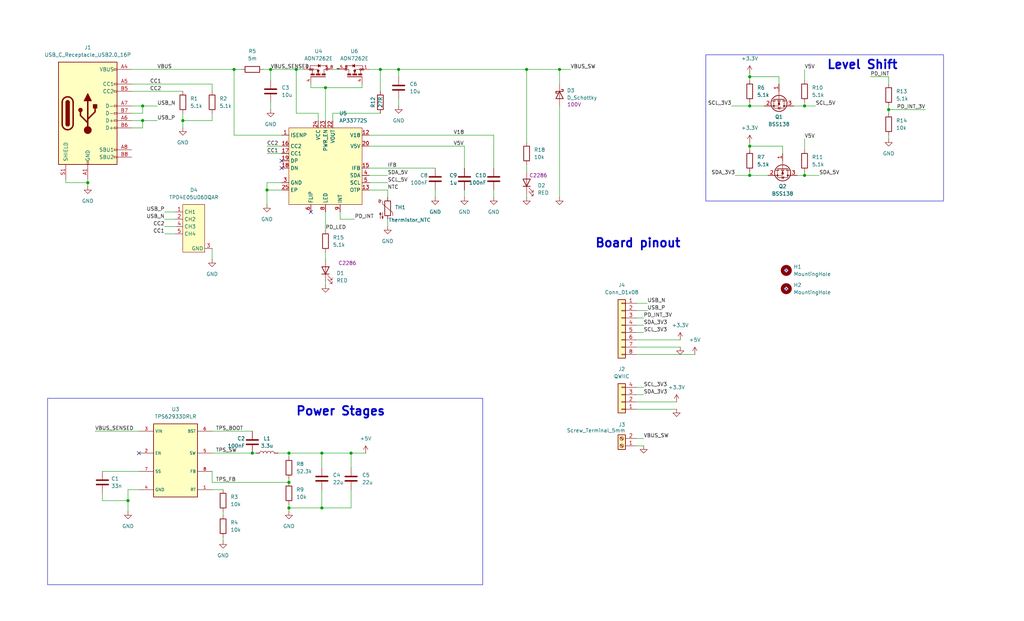
<source format=kicad_sch>
(kicad_sch (version 20250114) (generator "eeschema") (generator_version "9.0")
  (paper "USLegal")
  (title_block (title "RotoPD") (rev "V1.0") (company "CentyLab"))
  (lib_symbols
    (symbol "Connector:Screw_Terminal_01x02" (pin_names (offset 1.016) (hide yes))
      (property "Reference" "J" (at 0 2.54 0))
      (property "Value" "Screw_Terminal_01x02" (at 0 -5.08 0))
      (symbol "Screw_Terminal_01x02_1_1"
        (pin passive line (at -5.08 0 0) (length 3.81) (name "Pin_1") (number "1"))
        (pin passive line (at -5.08 -2.54 0) (length 3.81) (name "Pin_2") (number "2"))
      )
    )
    (symbol "Connector_Generic:Conn_01x04" (pin_names (offset 1.016) (hide yes))
      (property "Reference" "J" (at 0 5.08 0))
      (property "Value" "Conn_01x04" (at 0 -7.62 0))
      (symbol "Conn_01x04_1_1"
        (pin passive line (at -5.08 2.54 0) (length 3.81) (name "Pin_1") (number "1"))
        (pin passive line (at -5.08 0 0) (length 3.81) (name "Pin_2") (number "2"))
        (pin passive line (at -5.08 -2.54 0) (length 3.81) (name "Pin_3") (number "3"))
        (pin passive line (at -5.08 -5.08 0) (length 3.81) (name "Pin_4") (number "4"))
      )
    )
    (symbol "Connector_Generic:Conn_01x08" (pin_names (offset 1.016) (hide yes))
      (property "Reference" "J" (at 0 10.16 0))
      (property "Value" "Conn_01x08" (at 0 -12.7 0))
      (symbol "Conn_01x08_1_1"
        (pin passive line (at -5.08 7.62 0) (length 3.81) (name "Pin_1") (number "1"))
        (pin passive line (at -5.08 5.08 0) (length 3.81) (name "Pin_2") (number "2"))
        (pin passive line (at -5.08 2.54 0) (length 3.81) (name "Pin_3") (number "3"))
        (pin passive line (at -5.08 0 0) (length 3.81) (name "Pin_4") (number "4"))
        (pin passive line (at -5.08 -2.54 0) (length 3.81) (name "Pin_5") (number "5"))
        (pin passive line (at -5.08 -5.08 0) (length 3.81) (name "Pin_6") (number "6"))
        (pin passive line (at -5.08 -7.62 0) (length 3.81) (name "Pin_7") (number "7"))
        (pin passive line (at -5.08 -10.16 0) (length 3.81) (name "Pin_8") (number "8"))
      )
    )
    (symbol "Connector_USBC:USB_C_Receptacle_USB2.0_16P" (pin_names (offset 1.016))
      (property "Reference" "J" (at 0 22.225 0))
      (property "Value" "USB_C_Receptacle_USB2.0_16P" (at 0 19.685 0))
      (symbol "USB_C_Receptacle_USB2.0_16P_1_1"
        (pin passive line (at -7.62 -22.86 90) (length 5.08) (name "SHIELD") (number "S1"))
        (pin passive line (at 0 -22.86 90) (length 5.08) (name "GND") (number "A1"))
        (pin passive line (at 0 -22.86 90) (length 5.08) (hide yes) (name "GND") (number "A12"))
        (pin passive line (at 0 -22.86 90) (length 5.08) (hide yes) (name "GND") (number "B1"))
        (pin passive line (at 0 -22.86 90) (length 5.08) (hide yes) (name "GND") (number "B12"))
        (pin passive line (at 15.24 15.24 180) (length 5.08) (name "VBUS") (number "A4"))
        (pin passive line (at 15.24 15.24 180) (length 5.08) (hide yes) (name "VBUS") (number "A9"))
        (pin passive line (at 15.24 15.24 180) (length 5.08) (hide yes) (name "VBUS") (number "B4"))
        (pin passive line (at 15.24 15.24 180) (length 5.08) (hide yes) (name "VBUS") (number "B9"))
        (pin bidirectional line (at 15.24 10.16 180) (length 5.08) (name "CC1") (number "A5"))
        (pin bidirectional line (at 15.24 7.62 180) (length 5.08) (name "CC2") (number "B5"))
        (pin bidirectional line (at 15.24 2.54 180) (length 5.08) (name "D-") (number "A7"))
        (pin bidirectional line (at 15.24 0 180) (length 5.08) (name "D-") (number "B7"))
        (pin bidirectional line (at 15.24 -2.54 180) (length 5.08) (name "D+") (number "A6"))
        (pin bidirectional line (at 15.24 -5.08 180) (length 5.08) (name "D+") (number "B6"))
        (pin bidirectional line (at 15.24 -12.7 180) (length 5.08) (name "SBU1") (number "A8"))
        (pin bidirectional line (at 15.24 -15.24 180) (length 5.08) (name "SBU2") (number "B8"))
      )
    )
    (symbol "Device:C" (pin_numbers (hide yes)) (pin_names (offset 0.254))
      (property "Reference" "C" (at 0.635 2.54 0))
      (property "Value" "C" (at 0.635 -2.54 0))
      (symbol "C_1_1"
        (pin passive line (at 0 3.81 270) (length 2.794) (name "~") (number "1"))
        (pin passive line (at 0 -3.81 90) (length 2.794) (name "~") (number "2"))
      )
    )
    (symbol "Device:D_Schottky" (pin_numbers (hide yes)) (pin_names (offset 1.016) (hide yes))
      (property "Reference" "D" (at 0 2.54 0))
      (property "Value" "D_Schottky" (at 0 -2.54 0))
      (symbol "D_Schottky_1_1"
        (pin passive line (at -3.81 0 0) (length 2.54) (name "K") (number "1"))
        (pin passive line (at 3.81 0 180) (length 2.54) (name "A") (number "2"))
      )
    )
    (symbol "Device:L" (pin_numbers (hide yes)) (pin_names (offset 1.016) (hide yes))
      (property "Reference" "L" (at -1.27 0 90))
      (property "Value" "L" (at 1.905 0 90))
      (symbol "L_1_1"
        (pin passive line (at 0 3.81 270) (length 1.27) (name "1") (number "1"))
        (pin passive line (at 0 -3.81 90) (length 1.27) (name "2") (number "2"))
      )
    )
    (symbol "Device:LED" (pin_numbers (hide yes)) (pin_names (offset 1.016) (hide yes))
      (property "Reference" "D" (at 0 2.54 0))
      (property "Value" "LED" (at 0 -2.54 0))
      (symbol "LED_1_1"
        (pin passive line (at -3.81 0 0) (length 2.54) (name "K") (number "1"))
        (pin passive line (at 3.81 0 180) (length 2.54) (name "A") (number "2"))
      )
    )
    (symbol "Device:R" (pin_numbers (hide yes)) (pin_names (offset 0))
      (property "Reference" "R" (at 2.032 0 90))
      (property "Value" "R" (at 0 0 90))
      (symbol "R_1_1"
        (pin passive line (at 0 3.81 270) (length 1.27) (name "~") (number "1"))
        (pin passive line (at 0 -3.81 90) (length 1.27) (name "~") (number "2"))
      )
    )
    (symbol "Device:Thermistor_NTC" (pin_numbers (hide yes)) (pin_names (offset 0))
      (property "Reference" "TH" (at -4.445 0 90))
      (property "Value" "Thermistor_NTC" (at 3.175 0 90))
      (symbol "Thermistor_NTC_1_1"
        (pin passive line (at 0 3.81 270) (length 1.27) (name "~") (number "1"))
        (pin passive line (at 0 -3.81 90) (length 1.27) (name "~") (number "2"))
      )
    )
    (symbol "Diode_TVS:TPD4E05U06DQAR"
      (property "Reference" "D" (at 3.048 8.636 0))
      (property "Value" "TPD4E05U06DQAR" (at 0.254 -10.16 0))
      (symbol "TPD4E05U06DQAR_1_1"
        (pin input line (at -6.35 5.08 0) (length 2.54) (name "CH1") (number "1"))
        (pin input line (at -6.35 5.08 0) (length 2.54) (hide yes) (name "") (number "10"))
        (pin input line (at -6.35 2.54 0) (length 2.54) (name "CH2") (number "2"))
        (pin input line (at -6.35 2.54 0) (length 2.54) (hide yes) (name "") (number "9"))
        (pin input line (at -6.35 0 0) (length 2.54) (name "CH3") (number "4"))
        (pin input line (at -6.35 0 0) (length 2.54) (hide yes) (name "") (number "7"))
        (pin input line (at -6.35 -2.54 0) (length 2.54) (name "CH4") (number "5"))
        (pin input line (at -6.35 -2.54 0) (length 2.54) (hide yes) (name "") (number "6"))
        (pin power_in line (at 6.35 -7.62 180) (length 2.54) (name "GND") (number "3"))
        (pin power_in line (at 6.35 -7.62 180) (length 2.54) (hide yes) (name "GND") (number "8"))
      )
    )
    (symbol "Interface_USBC:AP33772S"
      (property "Reference" "U" (at 8.89 15.24 0))
      (property "Value" "AP33772S" (at 8.89 -13.97 0))
      (symbol "AP33772S_1_1"
        (pin input line (at -17.78 11.43 0) (length 2.54) (name "ISENP") (number "1"))
        (pin input line (at -17.78 7.62 0) (length 2.54) (name "CC2") (number "16"))
        (pin input line (at -17.78 5.08 0) (length 2.54) (name "CC1") (number "17"))
        (pin input line (at -17.78 2.54 0) (length 2.54) (name "DP") (number "19"))
        (pin input line (at -17.78 0 0) (length 2.54) (name "DN") (number "18"))
        (pin input line (at -17.78 -5.08 0) (length 2.54) (name "GND") (number "3"))
        (pin input line (at -17.78 -7.62 0) (length 2.54) (name "EP") (number "25"))
        (pin input line (at -17.78 -11.43 0) (length 2.54) (hide yes) (name "NC") (number "10"))
        (pin input line (at -17.78 -11.43 0) (length 2.54) (hide yes) (name "NC") (number "11"))
        (pin input line (at -17.78 -11.43 0) (length 2.54) (hide yes) (name "NC") (number "14"))
        (pin input line (at -17.78 -11.43 0) (length 2.54) (hide yes) (name "NC") (number "2"))
        (pin input line (at -17.78 -11.43 0) (length 2.54) (hide yes) (name "NC") (number "21"))
        (pin input line (at -17.78 -11.43 0) (length 2.54) (hide yes) (name "NC") (number "7"))
        (pin input line (at -7.62 -15.24 90) (length 2.54) (name "FLIP") (number "6"))
        (pin input line (at -5.08 16.51 270) (length 2.54) (name "VCC") (number "24"))
        (pin input line (at -2.54 16.51 270) (length 2.54) (name "PWR_EN") (number "23"))
        (pin input line (at -2.54 -15.24 90) (length 2.54) (name "LED") (number "8"))
        (pin input line (at 0 16.51 270) (length 2.54) (name "VOUT") (number "22"))
        (pin input line (at 2.54 -15.24 90) (length 2.54) (name "INT") (number "9"))
        (pin input line (at 12.7 11.43 180) (length 2.54) (name "V18") (number "12"))
        (pin input line (at 12.7 7.62 180) (length 2.54) (name "V5V") (number "20"))
        (pin input line (at 12.7 0 180) (length 2.54) (name "IFB") (number "15"))
        (pin input line (at 12.7 -2.54 180) (length 2.54) (name "SDA") (number "4"))
        (pin input line (at 12.7 -5.08 180) (length 2.54) (name "SCL") (number "5"))
        (pin input line (at 12.7 -7.62 180) (length 2.54) (name "OTP") (number "13"))
      )
    )
    (symbol "Mechanical:MountingHole" (pin_names (offset 1.016)) (exclude_from_sim yes) (in_bom no)
      (property "Reference" "H" (at 0 5.08 0))
      (property "Value" "MountingHole" (at 0 3.175 0))
    )
    (symbol "Power_Converter:TPS62933DRLR"
      (property "Reference" "U" (at -7.874 14.986 0))
      (property "Value" "TPS62933DRLR" (at -1.016 -14.224 0))
      (symbol "TPS62933DRLR_0_0"
        (pin input line (at -12.7 10.16 0) (length 5.08) (name "VIN") (number "3"))
        (pin input line (at -12.7 2.54 0) (length 5.08) (name "EN") (number "2"))
        (pin power_in line (at -12.7 -10.16 0) (length 5.08) (name "GND") (number "4"))
        (pin power_in line (at 12.7 10.16 180) (length 5.08) (name "BST") (number "6"))
        (pin output line (at 12.7 2.54 180) (length 5.08) (name "SW") (number "5"))
        (pin input line (at 12.7 -3.81 180) (length 5.08) (name "FB") (number "8"))
        (pin input line (at 12.7 -10.16 180) (length 5.08) (name "RT") (number "1"))
      )
      (symbol "TPS62933DRLR_1_0"
        (pin output line (at -12.7 -3.81 0) (length 5.08) (name "SS") (number "7"))
      )
    )
    (symbol "Transistor_FET:BSS138" (pin_names (hide yes))
      (property "Reference" "Q" (at 5.08 1.905 0))
      (property "Value" "BSS138" (at 5.08 0 0))
      (symbol "BSS138_1_1"
        (pin input line (at -5.08 0 0) (length 2.54) (name "G") (number "1"))
        (pin passive line (at 2.54 5.08 270) (length 2.54) (name "D") (number "3"))
        (pin passive line (at 2.54 -5.08 90) (length 2.54) (name "S") (number "2"))
      )
    )
    (symbol "Transistor_MOSFET:AON7262E"
      (property "Reference" "U" (at -3.048 4.572 0))
      (property "Value" "AON7262E" (at -1.016 -6.858 0))
      (symbol "AON7262E_1_0"
        (pin passive line (at -5.08 -2.54 0) (length 2.54) (name "~") (number "4"))
        (pin passive line (at 0 5.08 270) (length 2.54) (name "~") (number "5_8"))
        (pin passive line (at 0 -5.08 90) (length 2.54) (name "~") (number "1"))
        (pin passive line (at 0 -5.08 90) (length 2.54) (hide yes) (name "~") (number "2"))
        (pin passive line (at 0 -5.08 90) (length 2.54) (hide yes) (name "~") (number "3"))
      )
    )
    (symbol "power:+3.3V" (power) (pin_numbers (hide yes)) (pin_names (offset 0) (hide yes))
      (property "Value" "+3.3V" (at 0 3.556 0))
      (symbol "+3.3V_1_1"
        (pin power_in line (at 0 0 90) (length 0) (name "~") (number "1"))
      )
    )
    (symbol "power:+5V" (power) (pin_numbers (hide yes)) (pin_names (offset 0) (hide yes))
      (property "Value" "+5V" (at 0 3.556 0))
      (symbol "+5V_1_1"
        (pin power_in line (at 0 0 90) (length 0) (name "~") (number "1"))
      )
    )
    (symbol "power:GND" (power) (pin_numbers (hide yes)) (pin_names (offset 0) (hide yes))
      (property "Value" "GND" (at 0 -3.81 0))
      (symbol "GND_1_1"
        (pin power_in line (at 0 0 270) (length 0) (name "~") (number "1"))
      )
    )
  )
  (rectangle (start 16.51 138.43) (end 167.64 203.2))
  (rectangle (start 245.11 19.05) (end 327.66 69.85))
  (text "Power Stages" (at 102.616 144.78 0) (effects (font (size 3 3) (thickness 0.6) (bold yes)) (justify left bottom)))
  (text "Level Shift" (at 287.02 24.384 0) (effects (font (size 3 3) (thickness 0.6) (bold yes)) (justify left bottom)))
  (text "Board pinout" (at 206.502 86.36 0) (effects (font (size 3 3) (thickness 0.6) (bold yes)) (justify left bottom)))
  (junction (at 30.48 63.5))
  (junction (at 132.08 24.13))
  (junction (at 308.61 38.1))
  (junction (at 63.5 41.91))
  (junction (at 100.33 167.64))
  (junction (at 102.87 24.13))
  (junction (at 111.76 157.48))
  (junction (at 121.92 157.48))
  (junction (at 182.88 24.13))
  (junction (at 260.35 50.8))
  (junction (at 279.4 60.96))
  (junction (at 87.63 157.48))
  (junction (at 44.45 173.99))
  (junction (at 81.28 24.13))
  (junction (at 260.35 26.67))
  (junction (at 260.35 36.83))
  (junction (at 111.76 176.53))
  (junction (at 100.33 157.48))
  (junction (at 100.33 176.53))
  (junction (at 49.53 36.83))
  (junction (at 138.43 24.13))
  (junction (at 113.03 30.48))
  (junction (at 49.53 41.91))
  (junction (at 92.71 66.04))
  (junction (at 260.35 60.96))
  (junction (at 194.31 24.13))
  (junction (at 279.4 36.83))
  (junction (at 93.98 24.13))
  (no_connect (at 107.95 73.66))
  (no_connect (at 273.05 100.33))
  (no_connect (at 273.05 93.98))
  (no_connect (at 97.79 58.42))
  (no_connect (at 48.26 157.48))
  (no_connect (at 97.79 55.88))
  (wire (pts (xy 73.66 149.86) (xy 87.63 149.86)))
  (wire (pts (xy 44.45 170.18) (xy 48.26 170.18)))
  (wire (pts (xy 102.87 39.37) (xy 102.87 24.13)))
  (wire (pts (xy 260.35 26.67) (xy 260.35 27.94)))
  (wire (pts (xy 111.76 170.18) (xy 111.76 176.53)))
  (wire (pts (xy 45.72 41.91) (xy 49.53 41.91)))
  (wire (pts (xy 77.47 186.69) (xy 77.47 187.96)))
  (wire (pts (xy 308.61 29.21) (xy 308.61 26.67)))
  (wire (pts (xy 92.71 63.5) (xy 97.79 63.5)))
  (wire (pts (xy 308.61 38.1) (xy 308.61 39.37)))
  (wire (pts (xy 128.27 24.13) (xy 132.08 24.13)))
  (wire (pts (xy 275.59 36.83) (xy 279.4 36.83)))
  (wire (pts (xy 220.98 137.16) (xy 223.52 137.16)))
  (wire (pts (xy 255.27 60.96) (xy 260.35 60.96)))
  (wire (pts (xy 93.98 24.13) (xy 102.87 24.13)))
  (wire (pts (xy 308.61 38.1) (xy 321.31 38.1)))
  (wire (pts (xy 73.66 167.64) (xy 73.66 163.83)))
  (wire (pts (xy 276.86 60.96) (xy 279.4 60.96)))
  (wire (pts (xy 49.53 41.91) (xy 54.61 41.91)))
  (wire (pts (xy 220.98 115.57) (xy 223.52 115.57)))
  (wire (pts (xy 128.27 58.42) (xy 151.13 58.42)))
  (wire (pts (xy 302.26 26.67) (xy 308.61 26.67)))
  (wire (pts (xy 279.4 48.26) (xy 279.4 52.07)))
  (wire (pts (xy 92.71 66.04) (xy 92.71 71.12)))
  (wire (pts (xy 260.35 59.69) (xy 260.35 60.96)))
  (wire (pts (xy 92.71 63.5) (xy 92.71 66.04)))
  (wire (pts (xy 73.66 39.37) (xy 73.66 41.91)))
  (wire (pts (xy 93.98 27.94) (xy 93.98 24.13)))
  (wire (pts (xy 134.62 76.2) (xy 134.62 78.74)))
  (wire (pts (xy 115.57 41.91) (xy 115.57 39.37)))
  (wire (pts (xy 224.79 105.41) (xy 220.98 105.41)))
  (wire (pts (xy 49.53 41.91) (xy 49.53 44.45)))
  (wire (pts (xy 220.98 113.03) (xy 223.52 113.03)))
  (wire (pts (xy 45.72 44.45) (xy 49.53 44.45)))
  (wire (pts (xy 260.35 36.83) (xy 265.43 36.83)))
  (wire (pts (xy 224.79 107.95) (xy 220.98 107.95)))
  (wire (pts (xy 100.33 157.48) (xy 111.76 157.48)))
  (wire (pts (xy 194.31 24.13) (xy 198.12 24.13)))
  (wire (pts (xy 161.29 58.42) (xy 161.29 50.8)))
  (wire (pts (xy 77.47 177.8) (xy 77.47 179.07)))
  (wire (pts (xy 111.76 157.48) (xy 111.76 162.56)))
  (wire (pts (xy 44.45 173.99) (xy 35.56 173.99)))
  (wire (pts (xy 161.29 50.8) (xy 128.27 50.8)))
  (wire (pts (xy 279.4 60.96) (xy 284.48 60.96)))
  (wire (pts (xy 30.48 62.23) (xy 30.48 63.5)))
  (wire (pts (xy 63.5 41.91) (xy 73.66 41.91)))
  (wire (pts (xy 220.98 152.4) (xy 223.52 152.4)))
  (wire (pts (xy 308.61 46.99) (xy 308.61 48.26)))
  (wire (pts (xy 30.48 63.5) (xy 30.48 64.77)))
  (wire (pts (xy 123.19 76.2) (xy 118.11 76.2)))
  (wire (pts (xy 49.53 36.83) (xy 49.53 39.37)))
  (wire (pts (xy 128.27 66.04) (xy 134.62 66.04)))
  (wire (pts (xy 260.35 50.8) (xy 260.35 52.07)))
  (wire (pts (xy 194.31 36.83) (xy 194.31 68.58)))
  (wire (pts (xy 279.4 24.13) (xy 279.4 27.94)))
  (wire (pts (xy 260.35 60.96) (xy 266.7 60.96)))
  (wire (pts (xy 87.63 157.48) (xy 88.9 157.48)))
  (wire (pts (xy 49.53 36.83) (xy 54.61 36.83)))
  (wire (pts (xy 138.43 24.13) (xy 182.88 24.13)))
  (wire (pts (xy 127 157.48) (xy 121.92 157.48)))
  (wire (pts (xy 113.03 97.79) (xy 113.03 99.06)))
  (wire (pts (xy 182.88 67.31) (xy 182.88 68.58)))
  (wire (pts (xy 73.66 170.18) (xy 77.47 170.18)))
  (wire (pts (xy 128.27 46.99) (xy 171.45 46.99)))
  (wire (pts (xy 132.08 24.13) (xy 138.43 24.13)))
  (wire (pts (xy 22.86 62.23) (xy 22.86 63.5)))
  (wire (pts (xy 45.72 31.75) (xy 63.5 31.75)))
  (wire (pts (xy 182.88 24.13) (xy 182.88 49.53)))
  (wire (pts (xy 138.43 26.67) (xy 138.43 24.13)))
  (wire (pts (xy 100.33 157.48) (xy 100.33 158.75)))
  (wire (pts (xy 279.4 36.83) (xy 279.4 35.56)))
  (wire (pts (xy 260.35 36.83) (xy 260.35 35.56)))
  (wire (pts (xy 81.28 24.13) (xy 81.28 46.99)))
  (wire (pts (xy 100.33 176.53) (xy 111.76 176.53)))
  (wire (pts (xy 73.66 167.64) (xy 100.33 167.64)))
  (wire (pts (xy 254 36.83) (xy 260.35 36.83)))
  (wire (pts (xy 110.49 41.91) (xy 110.49 39.37)))
  (wire (pts (xy 63.5 41.91) (xy 63.5 44.45)))
  (wire (pts (xy 113.03 30.48) (xy 113.03 41.91)))
  (wire (pts (xy 171.45 46.99) (xy 171.45 58.42)))
  (wire (pts (xy 92.71 53.34) (xy 97.79 53.34)))
  (wire (pts (xy 260.35 25.4) (xy 260.35 26.67)))
  (wire (pts (xy 220.98 118.11) (xy 236.22 118.11)))
  (wire (pts (xy 220.98 134.62) (xy 223.52 134.62)))
  (wire (pts (xy 260.35 49.53) (xy 260.35 50.8)))
  (wire (pts (xy 73.66 157.48) (xy 87.63 157.48)))
  (wire (pts (xy 118.11 76.2) (xy 118.11 73.66)))
  (wire (pts (xy 121.92 176.53) (xy 111.76 176.53)))
  (wire (pts (xy 100.33 175.26) (xy 100.33 176.53)))
  (wire (pts (xy 57.15 76.2) (xy 60.96 76.2)))
  (wire (pts (xy 220.98 142.24) (xy 234.95 142.24)))
  (wire (pts (xy 113.03 30.48) (xy 107.95 30.48)))
  (wire (pts (xy 220.98 154.94) (xy 223.52 154.94)))
  (wire (pts (xy 45.72 39.37) (xy 49.53 39.37)))
  (wire (pts (xy 128.27 63.5) (xy 134.62 63.5)))
  (wire (pts (xy 45.72 36.83) (xy 49.53 36.83)))
  (wire (pts (xy 35.56 163.83) (xy 48.26 163.83)))
  (wire (pts (xy 35.56 173.99) (xy 35.56 171.45)))
  (wire (pts (xy 236.22 120.65) (xy 220.98 120.65)))
  (wire (pts (xy 63.5 39.37) (xy 63.5 41.91)))
  (wire (pts (xy 220.98 110.49) (xy 223.52 110.49)))
  (wire (pts (xy 279.4 59.69) (xy 279.4 60.96)))
  (wire (pts (xy 113.03 87.63) (xy 113.03 90.17)))
  (wire (pts (xy 100.33 167.64) (xy 100.33 166.37)))
  (wire (pts (xy 45.72 24.13) (xy 81.28 24.13)))
  (wire (pts (xy 270.51 26.67) (xy 270.51 29.21)))
  (wire (pts (xy 91.44 24.13) (xy 93.98 24.13)))
  (wire (pts (xy 107.95 30.48) (xy 107.95 29.21)))
  (wire (pts (xy 33.02 149.86) (xy 48.26 149.86)))
  (wire (pts (xy 128.27 60.96) (xy 134.62 60.96)))
  (wire (pts (xy 100.33 176.53) (xy 100.33 177.8)))
  (wire (pts (xy 271.78 50.8) (xy 271.78 53.34)))
  (wire (pts (xy 93.98 35.56) (xy 93.98 38.1)))
  (wire (pts (xy 113.03 73.66) (xy 113.03 80.01)))
  (wire (pts (xy 279.4 36.83) (xy 283.21 36.83)))
  (wire (pts (xy 73.66 29.21) (xy 73.66 31.75)))
  (wire (pts (xy 97.79 46.99) (xy 81.28 46.99)))
  (wire (pts (xy 151.13 66.04) (xy 151.13 68.58)))
  (wire (pts (xy 115.57 24.13) (xy 118.11 24.13)))
  (wire (pts (xy 260.35 50.8) (xy 271.78 50.8)))
  (wire (pts (xy 308.61 36.83) (xy 308.61 38.1)))
  (wire (pts (xy 171.45 66.04) (xy 171.45 68.58)))
  (wire (pts (xy 102.87 24.13) (xy 105.41 24.13)))
  (wire (pts (xy 96.52 157.48) (xy 100.33 157.48)))
  (wire (pts (xy 113.03 30.48) (xy 125.73 30.48)))
  (wire (pts (xy 134.62 66.04) (xy 134.62 68.58)))
  (wire (pts (xy 44.45 177.8) (xy 44.45 173.99)))
  (wire (pts (xy 57.15 81.28) (xy 60.96 81.28)))
  (wire (pts (xy 110.49 39.37) (xy 102.87 39.37)))
  (wire (pts (xy 132.08 24.13) (xy 132.08 31.75)))
  (wire (pts (xy 57.15 73.66) (xy 60.96 73.66)))
  (wire (pts (xy 194.31 24.13) (xy 194.31 29.21)))
  (wire (pts (xy 121.92 157.48) (xy 121.92 162.56)))
  (wire (pts (xy 260.35 26.67) (xy 270.51 26.67)))
  (wire (pts (xy 81.28 24.13) (xy 83.82 24.13)))
  (wire (pts (xy 73.66 86.36) (xy 73.66 90.17)))
  (wire (pts (xy 182.88 57.15) (xy 182.88 59.69)))
  (wire (pts (xy 22.86 63.5) (xy 30.48 63.5)))
  (wire (pts (xy 115.57 39.37) (xy 132.08 39.37)))
  (wire (pts (xy 92.71 66.04) (xy 97.79 66.04)))
  (wire (pts (xy 45.72 29.21) (xy 73.66 29.21)))
  (wire (pts (xy 121.92 170.18) (xy 121.92 176.53)))
  (wire (pts (xy 182.88 24.13) (xy 194.31 24.13)))
  (wire (pts (xy 92.71 50.8) (xy 97.79 50.8)))
  (wire (pts (xy 220.98 139.7) (xy 234.95 139.7)))
  (wire (pts (xy 44.45 173.99) (xy 44.45 170.18)))
  (wire (pts (xy 161.29 66.04) (xy 161.29 68.58)))
  (wire (pts (xy 220.98 123.19) (xy 241.3 123.19)))
  (wire (pts (xy 138.43 34.29) (xy 138.43 36.83)))
  (wire (pts (xy 57.15 78.74) (xy 60.96 78.74)))
  (wire (pts (xy 125.73 30.48) (xy 125.73 29.21)))
  (wire (pts (xy 121.92 157.48) (xy 111.76 157.48)))
  (label "SDA_3V3" (at 223.52 137.16 0))
  (label "SCL_3V3" (at 254 36.83 180))
  (label "SCL_3V3" (at 223.52 134.62 0))
  (label "USB_P" (at 224.79 107.95 0))
  (label "CC1" (at 52.07 29.21 0))
  (label "VBUS" (at 54.61 24.13 0))
  (label "V5V" (at 279.4 24.13 0))
  (label "V5V" (at 157.48 50.8 0))
  (label "PD_LED" (at 113.03 80.01 0))
  (label "USB_N" (at 224.79 105.41 0))
  (label "USB_N" (at 54.61 36.83 0))
  (label "IFB" (at 134.62 58.42 0))
  (label "SCL_3V3" (at 223.52 115.57 0))
  (label "PD_INT" (at 302.26 26.67 0))
  (label "CC1" (at 57.15 81.28 180))
  (label "V5V" (at 279.4 48.26 0))
  (label "VBUS_SW" (at 198.12 24.13 0))
  (label "SDA_3V3" (at 223.52 113.03 0))
  (label "CC1" (at 92.71 53.34 0))
  (label "SDA_5V" (at 134.62 60.96 0))
  (label "TPS_SW" (at 74.93 157.48 0))
  (label "NTC" (at 134.62 66.04 0))
  (label "SDA_3V3" (at 255.27 60.96 180))
  (label "USB_P" (at 54.61 41.91 0))
  (label "V18" (at 157.48 46.99 0))
  (label "CC2" (at 57.15 78.74 180))
  (label "CC2" (at 52.07 31.75 0))
  (label "SCL_5V" (at 134.62 63.5 0))
  (label "PD_INT" (at 123.19 76.2 0))
  (label "TPS_FB" (at 74.93 167.64 0))
  (label "NMOS" (at 116.84 24.13 0) (effects (font (size 0.254 0.254))))
  (label "CC2" (at 92.71 50.8 0))
  (label "SDA_5V" (at 284.48 60.96 0))
  (label "VBUS_SW" (at 223.52 152.4 0))
  (label "VBUS_SENSED" (at 93.98 24.13 0))
  (label "SCL_5V" (at 283.21 36.83 0))
  (label "TPS_BOOT" (at 74.93 149.86 0))
  (label "PD_INT_3V" (at 223.52 110.49 0))
  (label "PD_INT_3V" (at 321.31 38.1 180))
  (label "USB_N" (at 57.15 76.2 180))
  (label "USB_P" (at 57.15 73.66 180))
  (label "VBUS_SENSED" (at 33.02 149.86 0))
  (symbol (lib_id "Device:C") (at 171.45 62.23 0) (mirror y) (unit 1)
    (property "Reference" "C10" (at 168.91 60.96 0) (effects (justify left)))
    (property "Value" "100nF" (at 168.91 63.5 0) (effects (justify left)))
    (property "Footprint" "Capacitor_SMD:C_0402_1005Metric" (effects (hide yes)))
    (property "LCSC" "C1525" (effects (hide yes)))
  )
  (symbol (lib_id "power:GND") (at 93.98 38.1 0) (unit 1)
    (property "Reference" "#PWR07" (effects (hide yes)))
    (property "Value" "GND" (at 93.98 43.18 0))
    (property "Description" "Power symbol creates a global label with name \"GND\" , ground" (effects (hide yes)))
  )
  (symbol (lib_id "power:GND") (at 223.52 154.94 0) (unit 1)
    (property "Reference" "#PWR014" (effects (hide yes)))
    (property "Value" "GND" (effects (hide yes)))
  )
  (symbol (lib_id "Device:D_Schottky") (at 194.31 33.02 270) (unit 1)
    (property "Reference" "D3" (at 196.85 31.4324 90) (effects (justify left)))
    (property "Value" "D_Schottky" (at 196.85 33.9724 90) (effects (justify left)))
    (property "Footprint" "Diode_SMD:D_SMA" (effects (hide yes)))
    (property "Description" "Schottky diode" (effects (hide yes)))
    (property "LCSC" "C14996" (effects (hide yes)))
    (property "Voltage" "100V" (at 199.39 36.322 90))
  )
  (symbol (lib_id "power:+3.3V") (at 260.35 25.4 0) (unit 1)
    (property "Reference" "#PWR09" (effects (hide yes)))
    (property "Value" "+3.3V" (at 260.35 20.32 0))
    (property "Description" "Power symbol creates a global label with name \"+3.3V\"" (effects (hide yes)))
  )
  (symbol (lib_id "power:+3.3V") (at 236.22 118.11 0) (unit 1)
    (property "Reference" "#PWR018" (effects (hide yes)))
    (property "Value" "+3.3V" (at 236.22 113.03 0))
    (property "Description" "Power symbol creates a global label with name \"+3.3V\"" (effects (hide yes)))
  )
  (symbol (lib_id "Device:C") (at 138.43 30.48 0) (unit 1)
    (property "Reference" "C6" (at 142.24 29.2099 0) (effects (justify left)))
    (property "Value" "10u" (at 142.24 31.7499 0) (effects (justify left)))
    (property "Footprint" "Capacitor_SMD:C_1206_3216Metric" (effects (hide yes)))
    (property "Datasheet" "https://www.lcsc.com/datasheet/lcsc_datasheet_2005191033_Samwha-Capacitor-CS3216X5R106K500NRI_C513774.pdf" (effects (hide yes)))
    (property "Description" "Unpolarized capacitor" (effects (hide yes)))
    (property "LCSC" "C513774" (effects (hide yes)))
  )
  (symbol (lib_id "Device:R") (at 113.03 83.82 0) (unit 1)
    (property "Reference" "R15" (at 115.57 82.5499 0) (effects (justify left)))
    (property "Value" "5.1k" (at 115.57 85.0899 0) (effects (justify left)))
    (property "Footprint" "Resistor_SMD:R_0402_1005Metric" (effects (hide yes)))
    (property "LCSC" "C25905" (effects (hide yes)))
  )
  (symbol (lib_id "Transistor_FET:BSS138") (at 271.78 58.42 270) (unit 1)
    (property "Reference" "Q2" (at 271.78 64.77 90))
    (property "Value" "BSS138" (at 271.78 67.31 90))
    (property "Footprint" "Package_TO_SOT_SMD:SOT-323_SC-70" (effects (hide yes)))
    (property "Datasheet" "https://www.onsemi.com/pub/Collateral/BSS138-D.PDF" (effects (hide yes)))
    (property "Description" "50V Vds, 0.22A Id, N-Channel MOSFET, SOT-23" (effects (hide yes)))
    (property "JLCPCB Rotation Offset" "180" (effects (hide yes)))
  )
  (symbol (lib_id "Transistor_MOSFET:AON7262E") (at 110.49 24.13 270) (mirror x) (unit 1)
    (property "Reference" "U4" (at 110.617 17.78 90))
    (property "Value" "AON7262E" (at 110.617 20.32 90))
    (property "Footprint" "Transistor_MOSFET:DFN-8(3.3x3.3)" (effects (hide yes)))
    (property "Datasheet" "https://www.lcsc.com/datasheet/lcsc_datasheet_1804172047_Alpha---Omega-Semicon-AON7262E_C176755.pdf" (effects (hide yes)))
    (property "Description" "NMOS 60V 6.2mΩ@10V" (effects (hide yes)))
  )
  (symbol (lib_id "Interface_USBC:AP33772S") (at 115.57 58.42 0) (unit 1)
    (property "Reference" "U5" (at 117.7641 39.37 0) (effects (justify left)))
    (property "Value" "AP33772S" (at 117.7641 41.91 0) (effects (justify left)))
    (property "Footprint" "Interface_USBC:QFN-24-1EP_4x4mm_P0.5mm_EP2.6x2.6mm" (effects (hide yes)))
    (property "Datasheet" "https://www.diodes.com/assets/Datasheets/AP33772S.pdf" (effects (hide yes)))
    (property "Description" "USB PD Sink PD3.1 Controller 28V" (effects (hide yes)))
    (property "LCSC" "C9900152998" (effects (hide yes)))
  )
  (symbol (lib_id "Device:R") (at 279.4 31.75 0) (unit 1)
    (property "Reference" "R10" (at 281.94 30.4799 0) (effects (justify left)))
    (property "Value" "5.1k" (at 281.94 33.0199 0) (effects (justify left)))
    (property "Footprint" "Resistor_SMD:R_0402_1005Metric" (effects (hide yes)))
    (property "LCSC" "C25905" (effects (hide yes)))
  )
  (symbol (lib_id "Device:R") (at 132.08 35.56 180) (unit 1)
    (property "Reference" "R12" (at 129.54 35.56 90))
    (property "Value" "27R" (at 132.08 35.56 90))
    (property "Footprint" "Resistor_SMD:R_0402_1005Metric" (effects (hide yes)))
    (property "LCSC" "C138021" (effects (hide yes)))
  )
  (symbol (lib_id "Connector:Screw_Terminal_01x02") (at 215.9 154.94 180) (unit 1)
    (property "Reference" "J3" (at 217.17 147.574 0) (effects (justify left)))
    (property "Value" "Screw_Terminal_5mm" (at 217.17 149.606 0) (effects (justify left)))
    (property "Footprint" "TerminalBlock_Phoenix:TerminalBlock_Phoenix_MKDS-1,5-2_1x02_P5.00mm_Horizontal" (effects (hide yes)))
    (property "Description" "Generic screw terminal, single row, 01x02, script generated (kicad-library-utils/schlib/autogen/connector/)" (effects (hide yes)))
  )
  (symbol (lib_id "power:GND") (at 171.45 68.58 0) (unit 1)
    (property "Reference" "#PWR022" (effects (hide yes)))
    (property "Value" "GND" (at 171.45 73.66 0))
    (property "Description" "Power symbol creates a global label with name \"GND\" , ground" (effects (hide yes)))
  )
  (symbol (lib_id "Device:LED") (at 113.03 93.98 90) (unit 1)
    (property "Reference" "D1" (at 116.84 94.9325 90) (effects (justify right)))
    (property "Value" "RED" (at 116.84 97.4725 90) (effects (justify right)))
    (property "Footprint" "LED_SMD:LED_0603_1608Metric" (effects (hide yes)))
    (property "LCSC" "C2286" (at 120.65 91.44 90))
  )
  (symbol (lib_id "power:GND") (at 63.5 44.45 0) (unit 1)
    (property "Reference" "#PWR05" (effects (hide yes)))
    (property "Value" "GND" (at 63.5 49.53 0))
    (property "Description" "Power symbol creates a global label with name \"GND\" , ground" (effects (hide yes)))
  )
  (symbol (lib_id "Device:R") (at 100.33 162.56 0) (unit 1)
    (property "Reference" "R8" (at 102.87 161.2899 0) (effects (justify left)))
    (property "Value" "52.3k" (at 102.87 163.8299 0) (effects (justify left)))
    (property "Footprint" "Resistor_SMD:R_0402_1005Metric" (effects (hide yes)))
    (property "Description" "Resistor" (effects (hide yes)))
    (property "LCSC" "C103091" (effects (hide yes)))
  )
  (symbol (lib_id "Connector_Generic:Conn_01x08") (at 215.9 113.03 0) (mirror y) (unit 1)
    (property "Reference" "J4" (at 215.9 99.06 0))
    (property "Value" "Conn_01x08" (at 215.9 101.6 0))
    (property "Footprint" "Connector_PinHeader_2.54mm:PinHeader_1x08_P2.54mm_Vertical" (effects (hide yes)))
    (property "Description" "Generic connector, single row, 01x08, script generated (kicad-library-utils/schlib/autogen/connector/)" (effects (hide yes)))
  )
  (symbol (lib_id "Device:R") (at 308.61 33.02 0) (unit 1)
    (property "Reference" "R13" (at 311.15 31.7499 0) (effects (justify left)))
    (property "Value" "5.1k" (at 311.15 34.2899 0) (effects (justify left)))
    (property "Footprint" "Resistor_SMD:R_0402_1005Metric" (effects (hide yes)))
    (property "LCSC" "C25905" (effects (hide yes)))
  )
  (symbol (lib_id "Device:R") (at 77.47 182.88 0) (unit 1)
    (property "Reference" "R4" (at 80.01 181.6099 0) (effects (justify left)))
    (property "Value" "10k" (at 80.01 184.1499 0) (effects (justify left)))
    (property "Footprint" "Resistor_SMD:R_0402_1005Metric" (effects (hide yes)))
    (property "Description" "Resistor" (effects (hide yes)))
    (property "LCSC" "C25744" (effects (hide yes)))
  )
  (symbol (lib_id "Device:C") (at 121.92 166.37 0) (unit 1)
    (property "Reference" "C5" (at 125.73 165.0999 0) (effects (justify left)))
    (property "Value" "22u" (at 125.73 167.6399 0) (effects (justify left)))
    (property "Footprint" "Capacitor_SMD:C_0805_2012Metric" (effects (hide yes)))
    (property "Datasheet" "https://www.lcsc.com/datasheet/lcsc_datasheet_2005191033_Samwha-Capacitor-CS3216X5R106K500NRI_C513774.pdf" (effects (hide yes)))
    (property "Description" "Unpolarized capacitor" (effects (hide yes)))
    (property "LCSC" "C45783" (effects (hide yes)))
  )
  (symbol (lib_id "Device:R") (at 63.5 35.56 0) (unit 1)
    (property "Reference" "R1" (at 66.04 34.2899 0) (effects (justify left)))
    (property "Value" "5.1k" (at 66.04 36.8299 0) (effects (justify left)))
    (property "Footprint" "Resistor_SMD:R_0402_1005Metric" (effects (hide yes)))
    (property "LCSC" "C25905" (effects (hide yes)))
  )
  (symbol (lib_id "Device:L") (at 92.71 157.48 90) (unit 1)
    (property "Reference" "L1" (at 92.71 152.4 90))
    (property "Value" "3.3u" (at 92.71 154.94 90))
    (property "Footprint" "Inductor_SMD:L_Bourns_SRP7028A_7.3x6.6mm" (effects (hide yes)))
    (property "Datasheet" "https://www.lcsc.com/datasheet/lcsc_datasheet_2409302232_APV-APH0630T3R3M_C5349703.pdf" (effects (hide yes)))
    (property "Description" "Inductor" (effects (hide yes)))
  )
  (symbol (lib_id "power:GND") (at 100.33 177.8 0) (unit 1)
    (property "Reference" "#PWR011" (effects (hide yes)))
    (property "Value" "GND" (at 100.33 182.88 0))
    (property "Description" "Power symbol creates a global label with name \"GND\" , ground" (effects (hide yes)))
  )
  (symbol (lib_id "Connector_USBC:USB_C_Receptacle_USB2.0_16P") (at 30.48 39.37 0) (unit 1)
    (property "Reference" "J1" (at 30.48 16.51 0))
    (property "Value" "USB_C_Receptacle_USB2.0_16P" (at 30.48 19.05 0))
    (property "Footprint" "Connector_USBC:USB_C_GSwitch" (effects (hide yes)))
    (property "Datasheet" "https://www.usb.org/sites/default/files/documents/usb_type-c.zip" (effects (hide yes)))
    (property "Description" "USB 2.0 16P Type-C Receptacle" (effects (hide yes)))
  )
  (symbol (lib_id "power:GND") (at 134.62 78.74 0) (unit 1)
    (property "Reference" "#PWR013" (effects (hide yes)))
    (property "Value" "GND" (at 134.62 83.82 0))
    (property "Description" "Power symbol creates a global label with name \"GND\" , ground" (effects (hide yes)))
  )
  (symbol (lib_id "Device:R") (at 100.33 171.45 0) (unit 1)
    (property "Reference" "R9" (at 102.87 170.1799 0) (effects (justify left)))
    (property "Value" "10k" (at 102.87 172.7199 0) (effects (justify left)))
    (property "Footprint" "Resistor_SMD:R_0402_1005Metric" (effects (hide yes)))
    (property "Description" "Resistor" (effects (hide yes)))
    (property "LCSC" "C25744" (effects (hide yes)))
  )
  (symbol (lib_id "Diode_TVS:TPD4E05U06DQAR") (at 67.31 78.74 0) (unit 1)
    (property "Reference" "D4" (at 67.31 66.04 0))
    (property "Value" "TPD4E05U06DQAR" (at 67.31 68.58 0))
    (property "Footprint" "Diode_TVS:SON50P100X255X50-10N" (effects (hide yes)))
    (property "Description" "TVS Diode for USBC" (effects (hide yes)))
  )
  (symbol (lib_id "Mechanical:MountingHole") (at 273.05 100.33 0) (unit 1) (exclude_from_sim yes) (in_bom no)
    (property "Reference" "H2" (at 275.59 99.0599 0) (effects (justify left)))
    (property "Value" "MountingHole" (at 275.59 101.5999 0) (effects (justify left)))
    (property "Footprint" "MountingHole:MountingHole_2.7mm_M2.5_DIN965_Pad_TopBottom" (effects (hide yes)))
    (property "Description" "Mounting Hole without connection" (effects (hide yes)))
  )
  (symbol (lib_id "Device:C") (at 87.63 153.67 0) (mirror y) (unit 1)
    (property "Reference" "C2" (at 85.09 152.4 0) (effects (justify left)))
    (property "Value" "100nF" (at 85.09 154.94 0) (effects (justify left)))
    (property "Footprint" "Capacitor_SMD:C_0402_1005Metric" (effects (hide yes)))
    (property "LCSC" "C1525" (effects (hide yes)))
  )
  (symbol (lib_id "Device:R") (at 260.35 31.75 0) (unit 1)
    (property "Reference" "R6" (at 262.89 30.4799 0) (effects (justify left)))
    (property "Value" "5.1k" (at 262.89 33.0199 0) (effects (justify left)))
    (property "Footprint" "Resistor_SMD:R_0402_1005Metric" (effects (hide yes)))
    (property "LCSC" "C25905" (effects (hide yes)))
  )
  (symbol (lib_id "Device:C") (at 161.29 62.23 0) (mirror y) (unit 1)
    (property "Reference" "C9" (at 158.75 60.96 0) (effects (justify left)))
    (property "Value" "1u" (at 158.75 63.5 0) (effects (justify left)))
    (property "Footprint" "Capacitor_SMD:C_0603_1608Metric" (effects (hide yes)))
    (property "LCSC" "C15849" (effects (hide yes)))
  )
  (symbol (lib_id "Device:R") (at 260.35 55.88 0) (unit 1)
    (property "Reference" "R7" (at 262.89 54.6099 0) (effects (justify left)))
    (property "Value" "5.1k" (at 262.89 57.1499 0) (effects (justify left)))
    (property "Footprint" "Resistor_SMD:R_0402_1005Metric" (effects (hide yes)))
    (property "LCSC" "C25905" (effects (hide yes)))
  )
  (symbol (lib_id "power:+3.3V") (at 234.95 139.7 0) (unit 1)
    (property "Reference" "#PWR02" (effects (hide yes)))
    (property "Value" "+3.3V" (at 234.95 134.62 0))
    (property "Description" "Power symbol creates a global label with name \"+3.3V\"" (effects (hide yes)))
  )
  (symbol (lib_id "power:GND") (at 30.48 64.77 0) (unit 1)
    (property "Reference" "#PWR01" (effects (hide yes)))
    (property "Value" "GND" (at 30.48 69.85 0))
    (property "Description" "Power symbol creates a global label with name \"GND\" , ground" (effects (hide yes)))
  )
  (symbol (lib_id "Device:R") (at 73.66 35.56 0) (unit 1)
    (property "Reference" "R2" (at 76.2 34.2899 0) (effects (justify left)))
    (property "Value" "5.1k" (at 76.2 36.8299 0) (effects (justify left)))
    (property "Footprint" "Resistor_SMD:R_0402_1005Metric" (effects (hide yes)))
    (property "LCSC" "C25905" (effects (hide yes)))
  )
  (symbol (lib_id "Connector_Generic:Conn_01x04") (at 215.9 139.7 180) (unit 1)
    (property "Reference" "J2" (at 215.9 128.27 0))
    (property "Value" "QWIIC" (at 215.9 130.81 0))
    (property "Footprint" "Connector_JST:JST_SH_SM04B-SRSS-TB_1x04-1MP_P1.00mm_Horizontal" (effects (hide yes)))
    (property "Description" "Generic connector, single row, 01x04, script generated (kicad-library-utils/schlib/autogen/connector/)" (effects (hide yes)))
    (property "LCSC" "C160404" (effects (hide yes)))
  )
  (symbol (lib_id "power:GND") (at 77.47 187.96 0) (unit 1)
    (property "Reference" "#PWR06" (effects (hide yes)))
    (property "Value" "GND" (at 77.47 193.04 0))
    (property "Description" "Power symbol creates a global label with name \"GND\" , ground" (effects (hide yes)))
  )
  (symbol (lib_id "power:+3.3V") (at 260.35 49.53 0) (unit 1)
    (property "Reference" "#PWR010" (effects (hide yes)))
    (property "Value" "+3.3V" (at 260.35 44.45 0))
    (property "Description" "Power symbol creates a global label with name \"+3.3V\"" (effects (hide yes)))
  )
  (symbol (lib_id "power:GND") (at 236.22 120.65 0) (unit 1)
    (property "Reference" "#PWR020" (effects (hide yes)))
    (property "Value" "GND" (effects (hide yes)))
  )
  (symbol (lib_id "power:GND") (at 161.29 68.58 0) (unit 1)
    (property "Reference" "#PWR021" (effects (hide yes)))
    (property "Value" "GND" (at 161.29 73.66 0))
    (property "Description" "Power symbol creates a global label with name \"GND\" , ground" (effects (hide yes)))
  )
  (symbol (lib_id "Device:C") (at 93.98 31.75 0) (unit 1)
    (property "Reference" "C3" (at 97.79 30.4799 0) (effects (justify left)))
    (property "Value" "10u" (at 97.79 33.0199 0) (effects (justify left)))
    (property "Footprint" "Capacitor_SMD:C_1206_3216Metric" (effects (hide yes)))
    (property "Datasheet" "https://www.lcsc.com/datasheet/lcsc_datasheet_2005191033_Samwha-Capacitor-CS3216X5R106K500NRI_C513774.pdf" (effects (hide yes)))
    (property "Description" "Unpolarized capacitor" (effects (hide yes)))
    (property "LCSC" "C513774" (effects (hide yes)))
  )
  (symbol (lib_id "Device:R") (at 87.63 24.13 90) (unit 1)
    (property "Reference" "R5" (at 87.63 17.78 90))
    (property "Value" "5m" (at 87.63 20.32 90))
    (property "Footprint" "Resistor_SMD:R_0805_2012Metric" (effects (hide yes)))
    (property "Description" "Resistor" (effects (hide yes)))
    (property "LCSC" "C728267" (effects (hide yes)))
    (property "Part #" "PA0805FRE470R005L" (effects (hide yes)))
  )
  (symbol (lib_id "power:GND") (at 138.43 36.83 0) (unit 1)
    (property "Reference" "#PWR015" (effects (hide yes)))
    (property "Value" "GND" (at 138.43 41.91 0))
    (property "Description" "Power symbol creates a global label with name \"GND\" , ground" (effects (hide yes)))
  )
  (symbol (lib_id "power:GND") (at 182.88 68.58 0) (unit 1)
    (property "Reference" "#PWR028" (effects (hide yes)))
    (property "Value" "GND" (effects (hide yes)))
  )
  (symbol (lib_id "Transistor_FET:BSS138") (at 270.51 34.29 270) (unit 1)
    (property "Reference" "Q1" (at 270.51 40.64 90))
    (property "Value" "BSS138" (at 270.51 43.18 90))
    (property "Footprint" "Package_TO_SOT_SMD:SOT-323_SC-70" (effects (hide yes)))
    (property "Datasheet" "https://www.onsemi.com/pub/Collateral/BSS138-D.PDF" (effects (hide yes)))
    (property "Description" "50V Vds, 0.22A Id, N-Channel MOSFET, SOT-23" (effects (hide yes)))
  )
  (symbol (lib_id "Device:R") (at 77.47 173.99 0) (unit 1)
    (property "Reference" "R3" (at 80.01 172.7199 0) (effects (justify left)))
    (property "Value" "10k" (at 80.01 175.2599 0) (effects (justify left)))
    (property "Footprint" "Resistor_SMD:R_0402_1005Metric" (effects (hide yes)))
    (property "Description" "Resistor" (effects (hide yes)))
    (property "LCSC" "C25744" (effects (hide yes)))
  )
  (symbol (lib_id "power:GND") (at 151.13 68.58 0) (unit 1)
    (property "Reference" "#PWR016" (effects (hide yes)))
    (property "Value" "GND" (at 151.13 73.66 0))
    (property "Description" "Power symbol creates a global label with name \"GND\" , ground" (effects (hide yes)))
  )
  (symbol (lib_id "power:GND") (at 308.61 48.26 0) (unit 1)
    (property "Reference" "#PWR017" (effects (hide yes)))
    (property "Value" "GND" (at 308.61 53.34 0))
    (property "Description" "Power symbol creates a global label with name \"GND\" , ground" (effects (hide yes)))
  )
  (symbol (lib_id "Device:R") (at 308.61 43.18 0) (unit 1)
    (property "Reference" "R14" (at 311.15 41.9099 0) (effects (justify left)))
    (property "Value" "10k" (at 311.15 44.4499 0) (effects (justify left)))
    (property "Footprint" "Resistor_SMD:R_0402_1005Metric" (effects (hide yes)))
    (property "Description" "Resistor" (effects (hide yes)))
    (property "LCSC" "C25744" (effects (hide yes)))
  )
  (symbol (lib_id "Device:Thermistor_NTC") (at 134.62 72.39 0) (unit 1)
    (property "Reference" "TH1" (at 137.16 72.0725 0) (effects (justify left)))
    (property "Value" "Thermistor_NTC" (at 134.874 76.454 0) (effects (justify left)))
    (property "Footprint" "Resistor_SMD:R_0402_1005Metric" (effects (hide yes)))
    (property "LCSC" "C77131" (effects (hide yes)))
  )
  (symbol (lib_id "Transistor_MOSFET:AON7262E") (at 123.19 24.13 90) (unit 1)
    (property "Reference" "U6" (at 123.063 17.78 90))
    (property "Value" "AON7262E" (at 123.063 20.32 90))
    (property "Footprint" "Transistor_MOSFET:DFN-8(3.3x3.3)" (effects (hide yes)))
    (property "Datasheet" "https://www.lcsc.com/datasheet/lcsc_datasheet_1804172047_Alpha---Omega-Semicon-AON7262E_C176755.pdf" (effects (hide yes)))
    (property "Description" "NMOS 60V 6.2mΩ@10V" (effects (hide yes)))
  )
  (symbol (lib_id "power:GND") (at 234.95 142.24 0) (unit 1)
    (property "Reference" "#PWR03" (effects (hide yes)))
    (property "Value" "GND" (effects (hide yes)))
  )
  (symbol (lib_id "Device:R") (at 182.88 53.34 0) (unit 1)
    (property "Reference" "R18" (at 185.42 52.0699 0) (effects (justify left)))
    (property "Value" "10k" (at 185.42 54.6099 0) (effects (justify left)))
    (property "Footprint" "Resistor_SMD:R_0402_1005Metric" (effects (hide yes)))
    (property "LCSC" "C25744" (effects (hide yes)))
  )
  (symbol (lib_id "power:+5V") (at 127 157.48 0) (unit 1)
    (property "Reference" "#PWR012" (effects (hide yes)))
    (property "Value" "+5V" (at 127 152.4 0))
    (property "Description" "Power symbol creates a global label with name \"+5V\"" (effects (hide yes)))
  )
  (symbol (lib_id "power:GND") (at 92.71 71.12 0) (unit 1)
    (property "Reference" "#PWR08" (effects (hide yes)))
    (property "Value" "GND" (at 92.71 76.2 0))
    (property "Description" "Power symbol creates a global label with name \"GND\" , ground" (effects (hide yes)))
  )
  (symbol (lib_id "power:GND") (at 44.45 177.8 0) (unit 1)
    (property "Reference" "#PWR04" (effects (hide yes)))
    (property "Value" "GND" (at 44.45 182.88 0))
    (property "Description" "Power symbol creates a global label with name \"GND\" , ground" (effects (hide yes)))
  )
  (symbol (lib_id "Device:C") (at 151.13 62.23 0) (mirror y) (unit 1)
    (property "Reference" "C8" (at 148.59 60.96 0) (effects (justify left)))
    (property "Value" "100nF" (at 148.59 63.5 0) (effects (justify left)))
    (property "Footprint" "Capacitor_SMD:C_0402_1005Metric" (effects (hide yes)))
    (property "LCSC" "C1525" (effects (hide yes)))
  )
  (symbol (lib_id "power:+5V") (at 241.3 123.19 0) (unit 1)
    (property "Reference" "#PWR025" (effects (hide yes)))
    (property "Value" "+5V" (at 241.3 118.11 0))
    (property "Description" "Power symbol creates a global label with name \"+5V\"" (effects (hide yes)))
  )
  (symbol (lib_id "Device:R") (at 279.4 55.88 0) (unit 1)
    (property "Reference" "R11" (at 281.94 54.6099 0) (effects (justify left)))
    (property "Value" "5.1k" (at 281.94 57.1499 0) (effects (justify left)))
    (property "Footprint" "Resistor_SMD:R_0402_1005Metric" (effects (hide yes)))
    (property "LCSC" "C25905" (effects (hide yes)))
  )
  (symbol (lib_id "power:GND") (at 194.31 68.58 0) (unit 1)
    (property "Reference" "#PWR023" (effects (hide yes)))
    (property "Value" "GND" (effects (hide yes)))
  )
  (symbol (lib_id "Device:C") (at 35.56 167.64 0) (unit 1)
    (property "Reference" "C1" (at 38.608 166.37 0) (effects (justify left)))
    (property "Value" "33n" (at 38.608 168.91 0) (effects (justify left)))
    (property "Footprint" "Capacitor_SMD:C_0603_1608Metric" (effects (hide yes)))
    (property "Description" "Unpolarized capacitor" (effects (hide yes)))
    (property "LCSC" "C21117 " (effects (hide yes)))
  )
  (symbol (lib_id "Mechanical:MountingHole") (at 273.05 93.98 0) (unit 1) (exclude_from_sim yes) (in_bom no)
    (property "Reference" "H1" (at 275.59 92.7099 0) (effects (justify left)))
    (property "Value" "MountingHole" (at 275.59 95.2499 0) (effects (justify left)))
    (property "Footprint" "MountingHole:MountingHole_2.7mm_M2.5_DIN965_Pad_TopBottom" (effects (hide yes)))
    (property "Description" "Mounting Hole without connection" (effects (hide yes)))
  )
  (symbol (lib_id "Device:C") (at 111.76 166.37 0) (unit 1)
    (property "Reference" "C4" (at 115.57 165.0999 0) (effects (justify left)))
    (property "Value" "22u" (at 115.57 167.6399 0) (effects (justify left)))
    (property "Footprint" "Capacitor_SMD:C_0805_2012Metric" (effects (hide yes)))
    (property "Datasheet" "https://www.lcsc.com/datasheet/lcsc_datasheet_2005191033_Samwha-Capacitor-CS3216X5R106K500NRI_C513774.pdf" (effects (hide yes)))
    (property "Description" "Unpolarized capacitor" (effects (hide yes)))
    (property "LCSC" "C45783" (effects (hide yes)))
  )
  (symbol (lib_id "power:GND") (at 113.03 99.06 0) (unit 1)
    (property "Reference" "#PWR019" (effects (hide yes)))
    (property "Value" "GND" (effects (hide yes)))
  )
  (symbol (lib_id "Power_Converter:TPS62933DRLR") (at 60.96 160.02 0) (unit 1)
    (property "Reference" "U3" (at 60.96 142.24 0))
    (property "Value" "TPS62933DRLR" (at 60.96 144.78 0))
    (property "Footprint" "Power_Converter:SOT583" (effects (hide yes)))
    (property "Datasheet" "https://www.lcsc.com/datasheet/lcsc_datasheet_2302220500_Texas-Instruments-TPS62933DRLR_C3200405.pdf" (effects (hide yes)))
    (property "Description" "Buck 3.8V~30V 3A 800mV~22V" (effects (hide yes)))
  )
  (symbol (lib_id "power:GND") (at 73.66 90.17 0) (unit 1)
    (property "Reference" "#PWR024" (effects (hide yes)))
    (property "Value" "GND" (at 73.66 95.25 0))
    (property "Description" "Power symbol creates a global label with name \"GND\" , ground" (effects (hide yes)))
  )
  (symbol (lib_id "Device:LED") (at 182.88 63.5 90) (unit 1)
    (property "Reference" "D2" (at 186.69 64.4525 90) (effects (justify right)))
    (property "Value" "RED" (at 186.69 66.9925 90) (effects (justify right)))
    (property "Footprint" "LED_SMD:LED_0603_1608Metric" (effects (hide yes)))
    (property "LCSC" "C2286" (at 186.944 60.96 90))
  )
)
</source>
